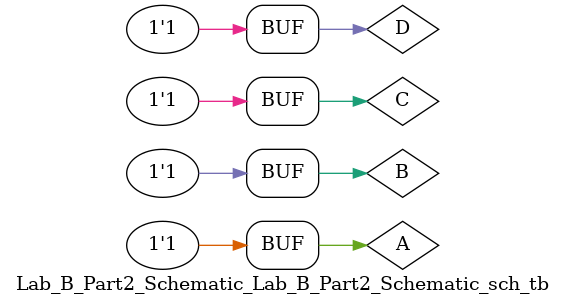
<source format=v>

`timescale 1ns / 1ps

module Lab_B_Part2_Schematic_Lab_B_Part2_Schematic_sch_tb();

// Inputs
   reg A;
   reg B;
   reg C;
   reg D;

// Output
   wire M;
   wire U;
   wire T;

// Bidirs

// Instantiate the UUT
   Lab_B_Part2_Schematic UUT (
		.A(A), 
		.B(B), 
		.C(C), 
		.D(D), 
		.M(M), 
		.U(U), 
		.T(T)
   );
// Initialize Inputs
       initial begin
		A = 0;B = 0;C = 0;D = 0;
		#5 A = 0;B = 0;C = 0;D = 1;
		#5 A = 0;B = 0;C = 1;D = 0;
		#5 A = 0;B = 0;C = 1;D = 1;
		#5 A = 0;B = 1;C = 0;D = 0;
		#5 A = 0;B = 1;C = 0;D = 1;
		#5 A = 0;B = 1;C = 1;D = 0;
		#5 A = 0;B = 1;C = 1;D = 1;
		#5 A = 1;B = 0;C = 0;D = 0;
		#5 A = 1;B = 0;C = 0;D = 1;
		#5 A = 1;B = 0;C = 1;D = 0;
		#5 A = 1;B = 0;C = 1;D = 1;
		#5 A = 1;B = 1;C = 0;D = 0;
		#5 A = 1;B = 1;C = 0;D = 1;
		#5 A = 1;B = 1;C = 1;D = 0;
		#5 A = 1;B = 1;C = 1;D = 1;
		
		
   end
endmodule

</source>
